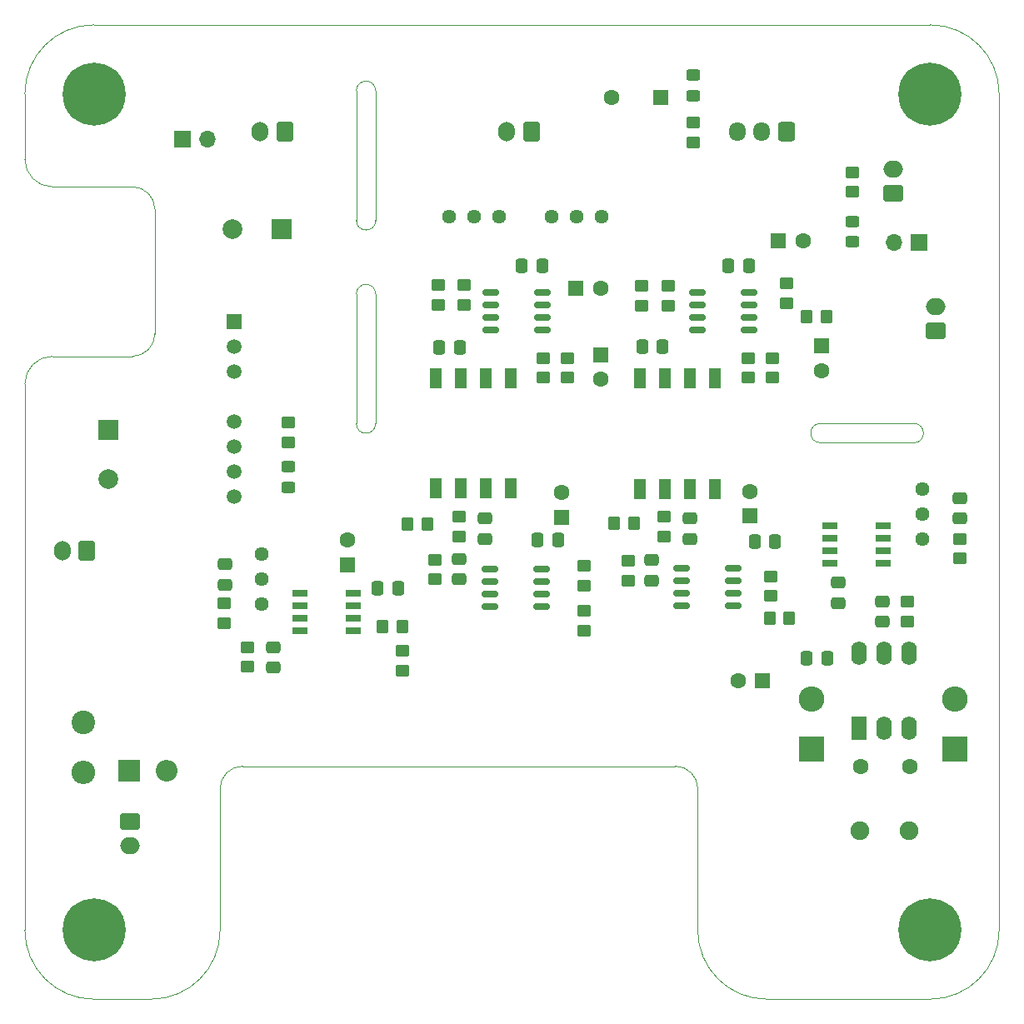
<source format=gts>
G04 #@! TF.GenerationSoftware,KiCad,Pcbnew,7.0.7+dfsg-1*
G04 #@! TF.CreationDate,2024-09-08T18:24:34+02:00*
G04 #@! TF.ProjectId,evo-cube-sensor,65766f2d-6375-4626-952d-73656e736f72,rev?*
G04 #@! TF.SameCoordinates,Original*
G04 #@! TF.FileFunction,Soldermask,Top*
G04 #@! TF.FilePolarity,Negative*
%FSLAX46Y46*%
G04 Gerber Fmt 4.6, Leading zero omitted, Abs format (unit mm)*
G04 Created by KiCad (PCBNEW 7.0.7+dfsg-1) date 2024-09-08 18:24:34*
%MOMM*%
%LPD*%
G01*
G04 APERTURE LIST*
G04 Aperture macros list*
%AMRoundRect*
0 Rectangle with rounded corners*
0 $1 Rounding radius*
0 $2 $3 $4 $5 $6 $7 $8 $9 X,Y pos of 4 corners*
0 Add a 4 corners polygon primitive as box body*
4,1,4,$2,$3,$4,$5,$6,$7,$8,$9,$2,$3,0*
0 Add four circle primitives for the rounded corners*
1,1,$1+$1,$2,$3*
1,1,$1+$1,$4,$5*
1,1,$1+$1,$6,$7*
1,1,$1+$1,$8,$9*
0 Add four rect primitives between the rounded corners*
20,1,$1+$1,$2,$3,$4,$5,0*
20,1,$1+$1,$4,$5,$6,$7,0*
20,1,$1+$1,$6,$7,$8,$9,0*
20,1,$1+$1,$8,$9,$2,$3,0*%
G04 Aperture macros list end*
%ADD10RoundRect,0.150000X-0.675000X-0.150000X0.675000X-0.150000X0.675000X0.150000X-0.675000X0.150000X0*%
%ADD11R,1.700000X1.700000*%
%ADD12O,1.700000X1.700000*%
%ADD13RoundRect,0.250000X-0.475000X0.337500X-0.475000X-0.337500X0.475000X-0.337500X0.475000X0.337500X0*%
%ADD14RoundRect,0.250000X0.600000X0.725000X-0.600000X0.725000X-0.600000X-0.725000X0.600000X-0.725000X0*%
%ADD15O,1.700000X1.950000*%
%ADD16RoundRect,0.250000X0.450000X-0.350000X0.450000X0.350000X-0.450000X0.350000X-0.450000X-0.350000X0*%
%ADD17RoundRect,0.250000X0.337500X0.475000X-0.337500X0.475000X-0.337500X-0.475000X0.337500X-0.475000X0*%
%ADD18RoundRect,0.250000X0.475000X-0.337500X0.475000X0.337500X-0.475000X0.337500X-0.475000X-0.337500X0*%
%ADD19RoundRect,0.250000X-0.450000X0.350000X-0.450000X-0.350000X0.450000X-0.350000X0.450000X0.350000X0*%
%ADD20R,1.600000X1.600000*%
%ADD21C,1.600000*%
%ADD22RoundRect,0.250000X-0.337500X-0.475000X0.337500X-0.475000X0.337500X0.475000X-0.337500X0.475000X0*%
%ADD23RoundRect,0.250000X0.350000X0.450000X-0.350000X0.450000X-0.350000X-0.450000X0.350000X-0.450000X0*%
%ADD24R,1.300000X2.050000*%
%ADD25RoundRect,0.250000X0.750000X-0.600000X0.750000X0.600000X-0.750000X0.600000X-0.750000X-0.600000X0*%
%ADD26O,2.000000X1.700000*%
%ADD27C,1.440000*%
%ADD28C,1.905000*%
%ADD29C,2.400000*%
%ADD30O,2.400000X2.400000*%
%ADD31R,2.200000X2.200000*%
%ADD32O,2.200000X2.200000*%
%ADD33RoundRect,0.250000X-0.350000X-0.450000X0.350000X-0.450000X0.350000X0.450000X-0.350000X0.450000X0*%
%ADD34C,0.800000*%
%ADD35C,6.400000*%
%ADD36R,1.500000X1.500000*%
%ADD37C,1.500000*%
%ADD38R,1.600000X2.400000*%
%ADD39O,1.600000X2.400000*%
%ADD40R,2.600000X2.600000*%
%ADD41O,2.600000X2.600000*%
%ADD42RoundRect,0.250000X0.600000X0.750000X-0.600000X0.750000X-0.600000X-0.750000X0.600000X-0.750000X0*%
%ADD43O,1.700000X2.000000*%
%ADD44R,2.000000X2.000000*%
%ADD45C,2.000000*%
%ADD46RoundRect,0.250000X0.450000X-0.325000X0.450000X0.325000X-0.450000X0.325000X-0.450000X-0.325000X0*%
%ADD47RoundRect,0.250000X-0.450000X0.325000X-0.450000X-0.325000X0.450000X-0.325000X0.450000X0.325000X0*%
%ADD48R,1.528000X0.650000*%
%ADD49RoundRect,0.250000X-0.750000X0.600000X-0.750000X-0.600000X0.750000X-0.600000X0.750000X0.600000X0*%
G04 #@! TA.AperFunction,Profile*
%ADD50C,0.100000*%
G04 #@! TD*
G04 APERTURE END LIST*
D10*
X100426875Y-87777675D03*
X100426875Y-89047675D03*
X100426875Y-90317675D03*
X100426875Y-91587675D03*
X105676875Y-91587675D03*
X105676875Y-90317675D03*
X105676875Y-89047675D03*
X105676875Y-87777675D03*
D11*
X49677400Y-44145200D03*
D12*
X52217400Y-44145200D03*
D13*
X116306600Y-89255600D03*
X116306600Y-91330600D03*
D14*
X111034200Y-43383200D03*
D15*
X108534200Y-43383200D03*
X106034200Y-43383200D03*
D16*
X99060000Y-61096400D03*
X99060000Y-59096400D03*
D17*
X107234900Y-57073800D03*
X105159900Y-57073800D03*
D18*
X101244400Y-84802800D03*
X101244400Y-82727800D03*
D19*
X94996000Y-87028600D03*
X94996000Y-89028600D03*
D20*
X114579400Y-65176400D03*
D21*
X114579400Y-67676400D03*
D22*
X85750400Y-84886800D03*
X87825400Y-84886800D03*
D16*
X111099600Y-60867800D03*
X111099600Y-58867800D03*
D23*
X72018400Y-93700600D03*
X70018400Y-93700600D03*
X113112800Y-62255400D03*
X115112800Y-62255400D03*
D24*
X75387200Y-79691400D03*
X77927200Y-79691400D03*
X80467200Y-79691400D03*
X83007200Y-79691400D03*
X83007200Y-68441400D03*
X80467200Y-68441400D03*
X77927200Y-68441400D03*
X75387200Y-68441400D03*
D10*
X101988800Y-59791600D03*
X101988800Y-61061600D03*
X101988800Y-62331600D03*
X101988800Y-63601600D03*
X107238800Y-63601600D03*
X107238800Y-62331600D03*
X107238800Y-61061600D03*
X107238800Y-59791600D03*
D21*
X123556400Y-107950000D03*
X118556400Y-107950000D03*
D25*
X121914200Y-49713200D03*
D26*
X121914200Y-47213200D03*
D16*
X88773000Y-68437000D03*
X88773000Y-66437000D03*
D27*
X81879600Y-52044600D03*
X79339600Y-52044600D03*
X76799600Y-52044600D03*
D19*
X90449400Y-92109800D03*
X90449400Y-94109800D03*
D20*
X110224688Y-54508400D03*
D21*
X112724688Y-54508400D03*
D28*
X118520200Y-114439700D03*
X123520200Y-114439700D03*
D19*
X96342200Y-59096400D03*
X96342200Y-61096400D03*
D16*
X60401200Y-74999600D03*
X60401200Y-72999600D03*
X56265350Y-97808800D03*
X56265350Y-95808800D03*
D19*
X90449400Y-87528400D03*
X90449400Y-89528400D03*
D27*
X57759600Y-91389200D03*
X57759600Y-88849200D03*
X57759600Y-86309200D03*
D29*
X39598600Y-103445800D03*
D30*
X39598600Y-108525800D03*
D22*
X113114000Y-96926400D03*
X115189000Y-96926400D03*
D31*
X44286817Y-108381800D03*
D32*
X48096817Y-108381800D03*
D25*
X126212600Y-63688600D03*
D26*
X126212600Y-61188600D03*
D19*
X128655900Y-84782750D03*
X128655900Y-86782750D03*
D16*
X86309200Y-68437000D03*
X86309200Y-66437000D03*
D33*
X109356400Y-92903800D03*
X111356400Y-92903800D03*
D19*
X75692000Y-59020200D03*
X75692000Y-61020200D03*
D16*
X117729000Y-49539400D03*
X117729000Y-47539400D03*
D20*
X98287651Y-39954200D03*
D21*
X93287651Y-39954200D03*
D17*
X86229100Y-57073800D03*
X84154100Y-57073800D03*
D11*
X124490400Y-54686200D03*
D12*
X121950400Y-54686200D03*
D19*
X77800200Y-82550000D03*
X77800200Y-84550000D03*
D20*
X66421000Y-87426800D03*
D21*
X66421000Y-84926800D03*
D17*
X77872500Y-65354200D03*
X75797500Y-65354200D03*
X98475800Y-65252600D03*
X96400800Y-65252600D03*
D19*
X101600000Y-42500800D03*
X101600000Y-44500800D03*
D34*
X123264200Y-124569200D03*
X123967144Y-122872144D03*
X123967144Y-126266256D03*
X125664200Y-122169200D03*
D35*
X125664200Y-124569200D03*
D34*
X125664200Y-126969200D03*
X127361256Y-122872144D03*
X127361256Y-126266256D03*
X128064200Y-124569200D03*
D24*
X96189800Y-79716800D03*
X98729800Y-79716800D03*
X101269800Y-79716800D03*
X103809800Y-79716800D03*
X103809800Y-68466800D03*
X101269800Y-68466800D03*
X98729800Y-68466800D03*
X96189800Y-68466800D03*
D23*
X74574400Y-83261200D03*
X72574400Y-83261200D03*
D36*
X54940200Y-62712600D03*
D37*
X54940200Y-65252600D03*
X54940200Y-67792600D03*
X54940200Y-72872600D03*
X54940200Y-75412600D03*
X54940200Y-77952600D03*
X54940200Y-80492600D03*
D22*
X69519800Y-89789000D03*
X71594800Y-89789000D03*
D18*
X97332800Y-89044600D03*
X97332800Y-86969600D03*
D34*
X38264200Y-39569200D03*
X38967144Y-37872144D03*
X38967144Y-41266256D03*
X40664200Y-37169200D03*
D35*
X40664200Y-39569200D03*
D34*
X40664200Y-41969200D03*
X42361256Y-37872144D03*
X42361256Y-41266256D03*
X43064200Y-39569200D03*
D18*
X80441800Y-84802800D03*
X80441800Y-82727800D03*
D20*
X108647113Y-99187000D03*
D21*
X106147113Y-99187000D03*
D16*
X107188000Y-68437000D03*
X107188000Y-66437000D03*
D27*
X124820500Y-84782750D03*
X124820500Y-82242750D03*
X124820500Y-79702750D03*
D38*
X118389400Y-104038400D03*
D39*
X120929400Y-104038400D03*
X123469400Y-104038400D03*
X123469400Y-96418400D03*
X120929400Y-96418400D03*
X118389400Y-96418400D03*
D27*
X92252800Y-52070000D03*
X89712800Y-52070000D03*
X87172800Y-52070000D03*
D19*
X72059800Y-96164400D03*
X72059800Y-98164400D03*
D40*
X113639600Y-106172000D03*
D41*
X113639600Y-101092000D03*
D13*
X120777000Y-91160600D03*
X120777000Y-93235600D03*
D23*
X95538800Y-83210400D03*
X93538800Y-83210400D03*
D42*
X39979600Y-86029800D03*
D43*
X37479600Y-86029800D03*
D44*
X59720877Y-53314600D03*
D45*
X54720877Y-53314600D03*
D16*
X78257400Y-61020200D03*
X78257400Y-59020200D03*
D10*
X80915600Y-87858600D03*
X80915600Y-89128600D03*
X80915600Y-90398600D03*
X80915600Y-91668600D03*
X86165600Y-91668600D03*
X86165600Y-90398600D03*
X86165600Y-89128600D03*
X86165600Y-87858600D03*
D20*
X89650688Y-59334400D03*
D21*
X92150688Y-59334400D03*
D42*
X60066200Y-43383200D03*
D43*
X57566200Y-43383200D03*
D46*
X60426600Y-79545400D03*
X60426600Y-77495400D03*
D17*
X109898000Y-85115400D03*
X107823000Y-85115400D03*
D47*
X101574600Y-37693600D03*
X101574600Y-39743600D03*
D46*
X117729000Y-54635400D03*
X117729000Y-52585400D03*
D48*
X61645800Y-90366600D03*
X61645800Y-91636600D03*
X61645800Y-92906600D03*
X61645800Y-94176600D03*
X67067800Y-94176600D03*
X67067800Y-92906600D03*
X67067800Y-91636600D03*
X67067800Y-90366600D03*
D13*
X58906950Y-95808800D03*
X58906950Y-97883800D03*
D19*
X75311000Y-86925400D03*
X75311000Y-88925400D03*
D34*
X38264200Y-124569200D03*
X38967144Y-122872144D03*
X38967144Y-126266256D03*
X40664200Y-122169200D03*
D35*
X40664200Y-124569200D03*
D34*
X40664200Y-126969200D03*
X42361256Y-122872144D03*
X42361256Y-126266256D03*
X43064200Y-124569200D03*
D16*
X123342400Y-93192600D03*
X123342400Y-91192600D03*
X109432600Y-90611200D03*
X109432600Y-88611200D03*
D19*
X98653600Y-82556600D03*
X98653600Y-84556600D03*
D44*
X42164000Y-73730723D03*
D45*
X42164000Y-78730723D03*
D34*
X123264200Y-39569200D03*
X123967144Y-37872144D03*
X123967144Y-41266256D03*
X125664200Y-37169200D03*
D35*
X125664200Y-39569200D03*
D34*
X125664200Y-41969200D03*
X127361256Y-37872144D03*
X127361256Y-41266256D03*
X128064200Y-39569200D03*
D18*
X77749400Y-88917600D03*
X77749400Y-86842600D03*
D40*
X128193800Y-106172000D03*
D41*
X128193800Y-101092000D03*
D13*
X53975000Y-87379900D03*
X53975000Y-89454900D03*
D10*
X80991800Y-59791600D03*
X80991800Y-61061600D03*
X80991800Y-62331600D03*
X80991800Y-63601600D03*
X86241800Y-63601600D03*
X86241800Y-62331600D03*
X86241800Y-61061600D03*
X86241800Y-59791600D03*
D13*
X128681300Y-80650350D03*
X128681300Y-82725350D03*
D42*
X85146200Y-43383200D03*
D43*
X82646200Y-43383200D03*
D48*
X120909700Y-87276850D03*
X120909700Y-86006850D03*
X120909700Y-84736850D03*
X120909700Y-83466850D03*
X115487700Y-83466850D03*
X115487700Y-84736850D03*
X115487700Y-86006850D03*
X115487700Y-87276850D03*
D49*
X44338200Y-113487200D03*
D26*
X44338200Y-115987200D03*
D19*
X53949600Y-91363800D03*
X53949600Y-93363800D03*
D16*
X109651800Y-68421000D03*
X109651800Y-66421000D03*
D20*
X92151200Y-66090800D03*
D21*
X92151200Y-68590800D03*
D20*
X107365800Y-82473800D03*
D21*
X107365800Y-79973800D03*
D20*
X88163400Y-82612113D03*
D21*
X88163400Y-80112113D03*
D50*
X114503200Y-73075800D02*
X124002800Y-73075800D01*
X125664200Y-131569200D02*
G75*
G03*
X132664200Y-124569200I0J7000000D01*
G01*
X46500453Y-131569203D02*
G75*
G03*
X53500453Y-124569200I-3J7000003D01*
G01*
X33670200Y-46233544D02*
X33664200Y-39569200D01*
X33664200Y-124569200D02*
G75*
G03*
X40664200Y-131569200I7000000J0D01*
G01*
X67348843Y-73089243D02*
G75*
G03*
X69303157Y-73089243I977157J0D01*
G01*
X55786453Y-107899153D02*
G75*
G03*
X53500453Y-110185200I47J-2286047D01*
G01*
X125664200Y-32569200D02*
X40664200Y-32569200D01*
X99756200Y-107899200D02*
X55786453Y-107899200D01*
X102042200Y-110185200D02*
G75*
G03*
X99756200Y-107899200I-2286000J0D01*
G01*
X46878200Y-51313544D02*
X46878200Y-63957200D01*
X53500453Y-110185200D02*
X53500453Y-124569200D01*
X46878156Y-51313544D02*
G75*
G03*
X44592200Y-49027544I-2285956J44D01*
G01*
X69303157Y-59918600D02*
G75*
G03*
X67348843Y-59918600I-977157J0D01*
G01*
X44592200Y-66243200D02*
X36464200Y-66243200D01*
X44592200Y-66243200D02*
G75*
G03*
X46878200Y-63957200I0J2286000D01*
G01*
X44592200Y-49027544D02*
X36464200Y-49027544D01*
X102042200Y-110185200D02*
X102042200Y-124569200D01*
X36464200Y-66243200D02*
G75*
G03*
X33670200Y-69037200I0J-2794000D01*
G01*
X114503200Y-73075886D02*
G75*
G03*
X114503200Y-75030114I0J-977114D01*
G01*
X109042200Y-131569200D02*
X125664200Y-131569200D01*
X124002800Y-75030114D02*
X114503200Y-75030114D01*
X67348843Y-73089243D02*
X67348843Y-59918600D01*
X67348843Y-52439043D02*
G75*
G03*
X69303157Y-52439043I977157J0D01*
G01*
X69303157Y-39268400D02*
X69303157Y-52439043D01*
X33670200Y-69037200D02*
X33670200Y-124569200D01*
X124002800Y-75030200D02*
G75*
G03*
X124002800Y-73075800I0J977200D01*
G01*
X40664200Y-32569200D02*
G75*
G03*
X33664200Y-39569200I0J-7000000D01*
G01*
X67348843Y-39268400D02*
X67348843Y-52439043D01*
X69303157Y-59918600D02*
X69303157Y-73089243D01*
X132664200Y-39569200D02*
G75*
G03*
X125664200Y-32569200I-7000000J0D01*
G01*
X33670156Y-46233544D02*
G75*
G03*
X36464200Y-49027544I2794044J44D01*
G01*
X69303157Y-39268400D02*
G75*
G03*
X67348843Y-39268400I-977157J0D01*
G01*
X40664200Y-131569200D02*
X46500453Y-131569200D01*
X102042200Y-124569200D02*
G75*
G03*
X109042200Y-131569200I7000000J0D01*
G01*
X132664200Y-124569200D02*
X132664200Y-39569200D01*
M02*

</source>
